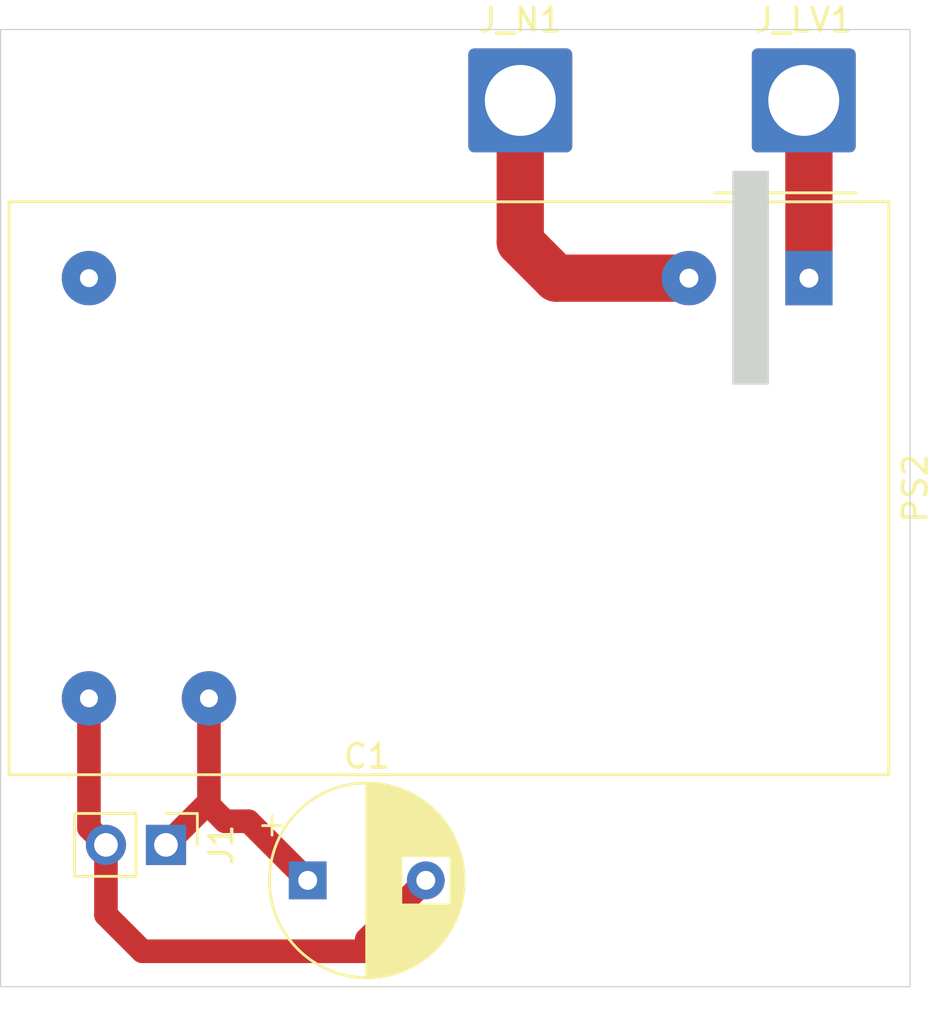
<source format=kicad_pcb>
(kicad_pcb (version 20240108) (generator "pcbnew") (generator_version "8.0")
  (layers (0 "F.Cu" signal) (31 "B.Cu" signal) (34 "B.Paste" user) (35 "F.Paste" user) (36 "B.SilkS" user "B.Silkscreen") (37 "F.SilkS" user "F.Silkscreen") (38 "B.Mask" user) (39 "F.Mask" user) (44 "Edge.Cuts" user))
  (net 0 "")
  (net 1 "Net-(J1-Pin_2)")
  (net 2 "Net-(J1-Pin_1)")
  (net 3 "Net-(J_LV1-Pin_1)")
  (net 4 "Net-(J_N1-Pin_1)")
  (footprint "Connector_Wire:SolderWire-2.5sqmm_1x01_D2.4mm_OD4.4mm" (layer "F.Cu") (at 22 3)
    (property "Reference" "J_N1" (at 0 -3.4 0) (layer "F.SilkS"))
    (property "Value" "Conn_01x01_Pin")
    (pad "1" thru_hole roundrect (at 0 0) (size 4.4 4.4) (drill 3) (layers "*.Cu" "*.Mask") (roundrect_rratio 0.056818) (net 4 "Net-(J_N1-Pin_1)"))
  )
  (footprint "Converter_ACDC:Converter_ACDC_MeanWell_IRM-03-xx_THT" (layer "F.Cu") (at 34.22 10.52 -90)
    (property "Reference" "PS2" (at 8.89 -4.5 90) (layer "F.SilkS"))
    (property "Value" "IRM-03-5")
    (fp_line (start -3.23 33.86) (end 21.01 33.86) (stroke (width 0.12)) (layer "F.SilkS"))
    (fp_line (start -3.61 -2) (end -3.61 4) (stroke (width 0.12)) (layer "F.SilkS"))
    (fp_line (start -3.23 -3.38) (end -3.23 33.86) (stroke (width 0.12)) (layer "F.SilkS"))
    (fp_line (start 21.01 -3.38) (end 21.01 33.86) (stroke (width 0.12)) (layer "F.SilkS"))
    (fp_line (start 21.01 -3.38) (end -3.23 -3.38) (stroke (width 0.12)) (layer "F.SilkS"))
    (pad "1" thru_hole rect (at 0 0 270) (size 2.3 2) (drill 0.8) (layers "*.Cu" "*.Mask") (net 3 "Net-(J_LV1-Pin_1)"))
    (pad "3" thru_hole circle (at 0 5.08 270) (size 2.3 2.3) (drill 0.8) (layers "*.Cu" "*.Mask") (net 4 "Net-(J_N1-Pin_1)"))
    (pad "5" thru_hole circle (at 0 30.48 270) (size 2.3 2.3) (drill 0.76) (layers "*.Cu" "*.Mask"))
    (pad "14" thru_hole circle (at 17.78 30.48 270) (size 2.3 2.3) (drill 0.76) (layers "*.Cu" "*.Mask") (net 1 "Net-(J1-Pin_2)"))
    (pad "16" thru_hole circle (at 17.78 25.4 270) (size 2.3 2.3) (drill 0.76) (layers "*.Cu" "*.Mask") (net 2 "Net-(J1-Pin_1)"))
  )
  (footprint "Connector_PinHeader_2.54mm:PinHeader_1x02_P2.54mm_Vertical" (layer "F.Cu") (at 7 34.5 -90)
    (property "Reference" "J1" (at 0 -2.33 90) (layer "F.SilkS"))
    (property "Value" "Conn_01x02_Socket")
    (fp_line (start -1.33 3.87) (end 1.33 3.87) (stroke (width 0.12)) (layer "F.SilkS"))
    (fp_line (start -1.33 1.27) (end -1.33 3.87) (stroke (width 0.12)) (layer "F.SilkS"))
    (fp_line (start -1.33 1.27) (end 1.33 1.27) (stroke (width 0.12)) (layer "F.SilkS"))
    (fp_line (start 1.33 1.27) (end 1.33 3.87) (stroke (width 0.12)) (layer "F.SilkS"))
    (fp_line (start -1.33 0) (end -1.33 -1.33) (stroke (width 0.12)) (layer "F.SilkS"))
    (fp_line (start -1.33 -1.33) (end 0 -1.33) (stroke (width 0.12)) (layer "F.SilkS"))
    (pad "1" thru_hole rect (at 0 0 270) (size 1.7 1.7) (drill 1) (layers "*.Cu" "*.Mask") (net 2 "Net-(J1-Pin_1)"))
    (pad "2" thru_hole oval (at 0 2.54 270) (size 1.7 1.7) (drill 1) (layers "*.Cu" "*.Mask") (net 1 "Net-(J1-Pin_2)"))
  )
  (footprint "Connector_Wire:SolderWire-2.5sqmm_1x01_D2.4mm_OD4.4mm" (layer "F.Cu") (at 34 3)
    (property "Reference" "J_LV1" (at 0 -3.4 0) (layer "F.SilkS"))
    (property "Value" "Conn_01x01_Pin")
    (pad "1" thru_hole roundrect (at 0 0) (size 4.4 4.4) (drill 3) (layers "*.Cu" "*.Mask") (roundrect_rratio 0.056818) (net 3 "Net-(J_LV1-Pin_1)"))
  )
  (footprint "Capacitor_THT:CP_Radial_D8.0mm_P5.00mm" (layer "F.Cu") (at 13 36)
    (property "Reference" "C1" (at 2.5 -5.25 0) (layer "F.SilkS"))
    (property "Value" "C_Polarized")
    (fp_line (start -1.909698 -2.315) (end -1.109698 -2.315) (stroke (width 0.12)) (layer "F.SilkS"))
    (fp_line (start -1.509698 -2.715) (end -1.509698 -1.915) (stroke (width 0.12)) (layer "F.SilkS"))
    (fp_line (start 2.5 -4.08) (end 2.5 4.08) (stroke (width 0.12)) (layer "F.SilkS"))
    (fp_line (start 2.54 -4.08) (end 2.54 4.08) (stroke (width 0.12)) (layer "F.SilkS"))
    (fp_line (start 2.58 -4.08) (end 2.58 4.08) (stroke (width 0.12)) (layer "F.SilkS"))
    (fp_line (start 2.62 -4.079) (end 2.62 4.079) (stroke (width 0.12)) (layer "F.SilkS"))
    (fp_line (start 2.66 -4.077) (end 2.66 4.077) (stroke (width 0.12)) (layer "F.SilkS"))
    (fp_line (start 2.7 -4.076) (end 2.7 4.076) (stroke (width 0.12)) (layer "F.SilkS"))
    (fp_line (start 2.74 -4.074) (end 2.74 4.074) (stroke (width 0.12)) (layer "F.SilkS"))
    (fp_line (start 2.78 -4.071) (end 2.78 4.071) (stroke (width 0.12)) (layer "F.SilkS"))
    (fp_line (start 2.82 -4.068) (end 2.82 4.068) (stroke (width 0.12)) (layer "F.SilkS"))
    (fp_line (start 2.86 -4.065) (end 2.86 4.065) (stroke (width 0.12)) (layer "F.SilkS"))
    (fp_line (start 2.9 -4.061) (end 2.9 4.061) (stroke (width 0.12)) (layer "F.SilkS"))
    (fp_line (start 2.94 -4.057) (end 2.94 4.057) (stroke (width 0.12)) (layer "F.SilkS"))
    (fp_line (start 2.98 -4.052) (end 2.98 4.052) (stroke (width 0.12)) (layer "F.SilkS"))
    (fp_line (start 3.02 -4.048) (end 3.02 4.048) (stroke (width 0.12)) (layer "F.SilkS"))
    (fp_line (start 3.06 -4.042) (end 3.06 4.042) (stroke (width 0.12)) (layer "F.SilkS"))
    (fp_line (start 3.1 -4.037) (end 3.1 4.037) (stroke (width 0.12)) (layer "F.SilkS"))
    (fp_line (start 3.14 -4.03) (end 3.14 4.03) (stroke (width 0.12)) (layer "F.SilkS"))
    (fp_line (start 3.18 -4.024) (end 3.18 4.024) (stroke (width 0.12)) (layer "F.SilkS"))
    (fp_line (start 3.221 -4.017) (end 3.221 4.017) (stroke (width 0.12)) (layer "F.SilkS"))
    (fp_line (start 3.261 -4.01) (end 3.261 4.01) (stroke (width 0.12)) (layer "F.SilkS"))
    (fp_line (start 3.301 -4.002) (end 3.301 4.002) (stroke (width 0.12)) (layer "F.SilkS"))
    (fp_line (start 3.341 -3.994) (end 3.341 3.994) (stroke (width 0.12)) (layer "F.SilkS"))
    (fp_line (start 3.381 -3.985) (end 3.381 3.985) (stroke (width 0.12)) (layer "F.SilkS"))
    (fp_line (start 3.421 -3.976) (end 3.421 3.976) (stroke (width 0.12)) (layer "F.SilkS"))
    (fp_line (start 3.461 -3.967) (end 3.461 3.967) (stroke (width 0.12)) (layer "F.SilkS"))
    (fp_line (start 3.501 -3.957) (end 3.501 3.957) (stroke (width 0.12)) (layer "F.SilkS"))
    (fp_line (start 3.541 -3.947) (end 3.541 3.947) (stroke (width 0.12)) (layer "F.SilkS"))
    (fp_line (start 3.581 -3.936) (end 3.581 3.936) (stroke (width 0.12)) (layer "F.SilkS"))
    (fp_line (start 3.621 -3.925) (end 3.621 3.925) (stroke (width 0.12)) (layer "F.SilkS"))
    (fp_line (start 3.661 -3.914) (end 3.661 3.914) (stroke (width 0.12)) (layer "F.SilkS"))
    (fp_line (start 3.701 -3.902) (end 3.701 3.902) (stroke (width 0.12)) (layer "F.SilkS"))
    (fp_line (start 3.741 -3.889) (end 3.741 3.889) (stroke (width 0.12)) (layer "F.SilkS"))
    (fp_line (start 3.781 -3.877) (end 3.781 3.877) (stroke (width 0.12)) (layer "F.SilkS"))
    (fp_line (start 3.821 -3.863) (end 3.821 3.863) (stroke (width 0.12)) (layer "F.SilkS"))
    (fp_line (start 3.861 -3.85) (end 3.861 3.85) (stroke (width 0.12)) (layer "F.SilkS"))
    (fp_line (start 3.901 -3.835) (end 3.901 3.835) (stroke (width 0.12)) (layer "F.SilkS"))
    (fp_line (start 3.941 -3.821) (end 3.941 3.821) (stroke (width 0.12)) (layer "F.SilkS"))
    (fp_line (start 3.981 -3.805) (end 3.981 -1.04) (stroke (width 0.12)) (layer "F.SilkS"))
    (fp_line (start 3.981 1.04) (end 3.981 3.805) (stroke (width 0.12)) (layer "F.SilkS"))
    (fp_line (start 4.021 -3.79) (end 4.021 -1.04) (stroke (width 0.12)) (layer "F.SilkS"))
    (fp_line (start 4.021 1.04) (end 4.021 3.79) (stroke (width 0.12)) (layer "F.SilkS"))
    (fp_line (start 4.061 -3.774) (end 4.061 -1.04) (stroke (width 0.12)) (layer "F.SilkS"))
    (fp_line (start 4.061 1.04) (end 4.061 3.774) (stroke (width 0.12)) (layer "F.SilkS"))
    (fp_line (start 4.101 -3.757) (end 4.101 -1.04) (stroke (width 0.12)) (layer "F.SilkS"))
    (fp_line (start 4.101 1.04) (end 4.101 3.757) (stroke (width 0.12)) (layer "F.SilkS"))
    (fp_line (start 4.141 -3.74) (end 4.141 -1.04) (stroke (width 0.12)) (layer "F.SilkS"))
    (fp_line (start 4.141 1.04) (end 4.141 3.74) (stroke (width 0.12)) (layer "F.SilkS"))
    (fp_line (start 4.181 -3.722) (end 4.181 -1.04) (stroke (width 0.12)) (layer "F.SilkS"))
    (fp_line (start 4.181 1.04) (end 4.181 3.722) (stroke (width 0.12)) (layer "F.SilkS"))
    (fp_line (start 4.221 -3.704) (end 4.221 -1.04) (stroke (width 0.12)) (layer "F.SilkS"))
    (fp_line (start 4.221 1.04) (end 4.221 3.704) (stroke (width 0.12)) (layer "F.SilkS"))
    (fp_line (start 4.261 -3.686) (end 4.261 -1.04) (stroke (width 0.12)) (layer "F.SilkS"))
    (fp_line (start 4.261 1.04) (end 4.261 3.686) (stroke (width 0.12)) (layer "F.SilkS"))
    (fp_line (start 4.301 -3.666) (end 4.301 -1.04) (stroke (width 0.12)) (layer "F.SilkS"))
    (fp_line (start 4.301 1.04) (end 4.301 3.666) (stroke (width 0.12)) (layer "F.SilkS"))
    (fp_line (start 4.341 -3.647) (end 4.341 -1.04) (stroke (width 0.12)) (layer "F.SilkS"))
    (fp_line (start 4.341 1.04) (end 4.341 3.647) (stroke (width 0.12)) (layer "F.SilkS"))
    (fp_line (start 4.381 -3.627) (end 4.381 -1.04) (stroke (width 0.12)) (layer "F.SilkS"))
    (fp_line (start 4.381 1.04) (end 4.381 3.627) (stroke (width 0.12)) (layer "F.SilkS"))
    (fp_line (start 4.421 -3.606) (end 4.421 -1.04) (stroke (width 0.12)) (layer "F.SilkS"))
    (fp_line (start 4.421 1.04) (end 4.421 3.606) (stroke (width 0.12)) (layer "F.SilkS"))
    (fp_line (start 4.461 -3.584) (end 4.461 -1.04) (stroke (width 0.12)) (layer "F.SilkS"))
    (fp_line (start 4.461 1.04) (end 4.461 3.584) (stroke (width 0.12)) (layer "F.SilkS"))
    (fp_line (start 4.501 -3.562) (end 4.501 -1.04) (stroke (width 0.12)) (layer "F.SilkS"))
    (fp_line (start 4.501 1.04) (end 4.501 3.562) (stroke (width 0.12)) (layer "F.SilkS"))
    (fp_line (start 4.541 -3.54) (end 4.541 -1.04) (stroke (width 0.12)) (layer "F.SilkS"))
    (fp_line (start 4.541 1.04) (end 4.541 3.54) (stroke (width 0.12)) (layer "F.SilkS"))
    (fp_line (start 4.581 -3.517) (end 4.581 -1.04) (stroke (width 0.12)) (layer "F.SilkS"))
    (fp_line (start 4.581 1.04) (end 4.581 3.517) (stroke (width 0.12)) (layer "F.SilkS"))
    (fp_line (start 4.621 -3.493) (end 4.621 -1.04) (stroke (width 0.12)) (layer "F.SilkS"))
    (fp_line (start 4.621 1.04) (end 4.621 3.493) (stroke (width 0.12)) (layer "F.SilkS"))
    (fp_line (start 4.661 -3.469) (end 4.661 -1.04) (stroke (width 0.12)) (layer "F.SilkS"))
    (fp_line (start 4.661 1.04) (end 4.661 3.469) (stroke (width 0.12)) (layer "F.SilkS"))
    (fp_line (start 4.701 -3.444) (end 4.701 -1.04) (stroke (width 0.12)) (layer "F.SilkS"))
    (fp_line (start 4.701 1.04) (end 4.701 3.444) (stroke (width 0.12)) (layer "F.SilkS"))
    (fp_line (start 4.741 -3.418) (end 4.741 -1.04) (stroke (width 0.12)) (layer "F.SilkS"))
    (fp_line (start 4.741 1.04) (end 4.741 3.418) (stroke (width 0.12)) (layer "F.SilkS"))
    (fp_line (start 4.781 -3.392) (end 4.781 -1.04) (stroke (width 0.12)) (layer "F.SilkS"))
    (fp_line (start 4.781 1.04) (end 4.781 3.392) (stroke (width 0.12)) (layer "F.SilkS"))
    (fp_line (start 4.821 -3.365) (end 4.821 -1.04) (stroke (width 0.12)) (layer "F.SilkS"))
    (fp_line (start 4.821 1.04) (end 4.821 3.365) (stroke (width 0.12)) (layer "F.SilkS"))
    (fp_line (start 4.861 -3.338) (end 4.861 -1.04) (stroke (width 0.12)) (layer "F.SilkS"))
    (fp_line (start 4.861 1.04) (end 4.861 3.338) (stroke (width 0.12)) (layer "F.SilkS"))
    (fp_line (start 4.901 -3.309) (end 4.901 -1.04) (stroke (width 0.12)) (layer "F.SilkS"))
    (fp_line (start 4.901 1.04) (end 4.901 3.309) (stroke (width 0.12)) (layer "F.SilkS"))
    (fp_line (start 4.941 -3.28) (end 4.941 -1.04) (stroke (width 0.12)) (layer "F.SilkS"))
    (fp_line (start 4.941 1.04) (end 4.941 3.28) (stroke (width 0.12)) (layer "F.SilkS"))
    (fp_line (start 4.981 -3.25) (end 4.981 -1.04) (stroke (width 0.12)) (layer "F.SilkS"))
    (fp_line (start 4.981 1.04) (end 4.981 3.25) (stroke (width 0.12)) (layer "F.SilkS"))
    (fp_line (start 5.021 -3.22) (end 5.021 -1.04) (stroke (width 0.12)) (layer "F.SilkS"))
    (fp_line (start 5.021 1.04) (end 5.021 3.22) (stroke (width 0.12)) (layer "F.SilkS"))
    (fp_line (start 5.061 -3.189) (end 5.061 -1.04) (stroke (width 0.12)) (layer "F.SilkS"))
    (fp_line (start 5.061 1.04) (end 5.061 3.189) (stroke (width 0.12)) (layer "F.SilkS"))
    (fp_line (start 5.101 -3.156) (end 5.101 -1.04) (stroke (width 0.12)) (layer "F.SilkS"))
    (fp_line (start 5.101 1.04) (end 5.101 3.156) (stroke (width 0.12)) (layer "F.SilkS"))
    (fp_line (start 5.141 -3.124) (end 5.141 -1.04) (stroke (width 0.12)) (layer "F.SilkS"))
    (fp_line (start 5.141 1.04) (end 5.141 3.124) (stroke (width 0.12)) (layer "F.SilkS"))
    (fp_line (start 5.181 -3.09) (end 5.181 -1.04) (stroke (width 0.12)) (layer "F.SilkS"))
    (fp_line (start 5.181 1.04) (end 5.181 3.09) (stroke (width 0.12)) (layer "F.SilkS"))
    (fp_line (start 5.221 -3.055) (end 5.221 -1.04) (stroke (width 0.12)) (layer "F.SilkS"))
    (fp_line (start 5.221 1.04) (end 5.221 3.055) (stroke (width 0.12)) (layer "F.SilkS"))
    (fp_line (start 5.261 -3.019) (end 5.261 -1.04) (stroke (width 0.12)) (layer "F.SilkS"))
    (fp_line (start 5.261 1.04) (end 5.261 3.019) (stroke (width 0.12)) (layer "F.SilkS"))
    (fp_line (start 5.301 -2.983) (end 5.301 -1.04) (stroke (width 0.12)) (layer "F.SilkS"))
    (fp_line (start 5.301 1.04) (end 5.301 2.983) (stroke (width 0.12)) (layer "F.SilkS"))
    (fp_line (start 5.341 -2.945) (end 5.341 -1.04) (stroke (width 0.12)) (layer "F.SilkS"))
    (fp_line (start 5.341 1.04) (end 5.341 2.945) (stroke (width 0.12)) (layer "F.SilkS"))
    (fp_line (start 5.381 -2.907) (end 5.381 -1.04) (stroke (width 0.12)) (layer "F.SilkS"))
    (fp_line (start 5.381 1.04) (end 5.381 2.907) (stroke (width 0.12)) (layer "F.SilkS"))
    (fp_line (start 5.421 -2.867) (end 5.421 -1.04) (stroke (width 0.12)) (layer "F.SilkS"))
    (fp_line (start 5.421 1.04) (end 5.421 2.867) (stroke (width 0.12)) (layer "F.SilkS"))
    (fp_line (start 5.461 -2.826) (end 5.461 -1.04) (stroke (width 0.12)) (layer "F.SilkS"))
    (fp_line (start 5.461 1.04) (end 5.461 2.826) (stroke (width 0.12)) (layer "F.SilkS"))
    (fp_line (start 5.501 -2.784) (end 5.501 -1.04) (stroke (width 0.12)) (layer "F.SilkS"))
    (fp_line (start 5.501 1.04) (end 5.501 2.784) (stroke (width 0.12)) (layer "F.SilkS"))
    (fp_line (start 5.541 -2.741) (end 5.541 -1.04) (stroke (width 0.12)) (layer "F.SilkS"))
    (fp_line (start 5.541 1.04) (end 5.541 2.741) (stroke (width 0.12)) (layer "F.SilkS"))
    (fp_line (start 5.581 -2.697) (end 5.581 -1.04) (stroke (width 0.12)) (layer "F.SilkS"))
    (fp_line (start 5.581 1.04) (end 5.581 2.697) (stroke (width 0.12)) (layer "F.SilkS"))
    (fp_line (start 5.621 -2.651) (end 5.621 -1.04) (stroke (width 0.12)) (layer "F.SilkS"))
    (fp_line (start 5.621 1.04) (end 5.621 2.651) (stroke (width 0.12)) (layer "F.SilkS"))
    (fp_line (start 5.661 -2.604) (end 5.661 -1.04) (stroke (width 0.12)) (layer "F.SilkS"))
    (fp_line (start 5.661 1.04) (end 5.661 2.604) (stroke (width 0.12)) (layer "F.SilkS"))
    (fp_line (start 5.701 -2.556) (end 5.701 -1.04) (stroke (width 0.12)) (layer "F.SilkS"))
    (fp_line (start 5.701 1.04) (end 5.701 2.556) (stroke (width 0.12)) (layer "F.SilkS"))
    (fp_line (start 5.741 -2.505) (end 5.741 -1.04) (stroke (width 0.12)) (layer "F.SilkS"))
    (fp_line (start 5.741 1.04) (end 5.741 2.505) (stroke (width 0.12)) (layer "F.SilkS"))
    (fp_line (start 5.781 -2.454) (end 5.781 -1.04) (stroke (width 0.12)) (layer "F.SilkS"))
    (fp_line (start 5.781 1.04) (end 5.781 2.454) (stroke (width 0.12)) (layer "F.SilkS"))
    (fp_line (start 5.821 -2.4) (end 5.821 -1.04) (stroke (width 0.12)) (layer "F.SilkS"))
    (fp_line (start 5.821 1.04) (end 5.821 2.4) (stroke (width 0.12)) (layer "F.SilkS"))
    (fp_line (start 5.861 -2.345) (end 5.861 -1.04) (stroke (width 0.12)) (layer "F.SilkS"))
    (fp_line (start 5.861 1.04) (end 5.861 2.345) (stroke (width 0.12)) (layer "F.SilkS"))
    (fp_line (start 5.901 -2.287) (end 5.901 -1.04) (stroke (width 0.12)) (layer "F.SilkS"))
    (fp_line (start 5.901 1.04) (end 5.901 2.287) (stroke (width 0.12)) (layer "F.SilkS"))
    (fp_line (start 5.941 -2.228) (end 5.941 -1.04) (stroke (width 0.12)) (layer "F.SilkS"))
    (fp_line (start 5.941 1.04) (end 5.941 2.228) (stroke (width 0.12)) (layer "F.SilkS"))
    (fp_line (start 5.981 -2.166) (end 5.981 -1.04) (stroke (width 0.12)) (layer "F.SilkS"))
    (fp_line (start 5.981 1.04) (end 5.981 2.166) (stroke (width 0.12)) (layer "F.SilkS"))
    (fp_line (start 6.021 -2.102) (end 6.021 -1.04) (stroke (width 0.12)) (layer "F.SilkS"))
    (fp_line (start 6.021 1.04) (end 6.021 2.102) (stroke (width 0.12)) (layer "F.SilkS"))
    (fp_line (start 6.061 -2.034) (end 6.061 2.034) (stroke (width 0.12)) (layer "F.SilkS"))
    (fp_line (start 6.101 -1.964) (end 6.101 1.964) (stroke (width 0.12)) (layer "F.SilkS"))
    (fp_line (start 6.141 -1.89) (end 6.141 1.89) (stroke (width 0.12)) (layer "F.SilkS"))
    (fp_line (start 6.181 -1.813) (end 6.181 1.813) (stroke (width 0.12)) (layer "F.SilkS"))
    (fp_line (start 6.221 -1.731) (end 6.221 1.731) (stroke (width 0.12)) (layer "F.SilkS"))
    (fp_line (start 6.261 -1.645) (end 6.261 1.645) (stroke (width 0.12)) (layer "F.SilkS"))
    (fp_line (start 6.301 -1.552) (end 6.301 1.552) (stroke (width 0.12)) (layer "F.SilkS"))
    (fp_line (start 6.341 -1.453) (end 6.341 1.453) (stroke (width 0.12)) (layer "F.SilkS"))
    (fp_line (start 6.381 -1.346) (end 6.381 1.346) (stroke (width 0.12)) (layer "F.SilkS"))
    (fp_line (start 6.421 -1.229) (end 6.421 1.229) (stroke (width 0.12)) (layer "F.SilkS"))
    (fp_line (start 6.461 -1.098) (end 6.461 1.098) (stroke (width 0.12)) (layer "F.SilkS"))
    (fp_line (start 6.501 -0.948) (end 6.501 0.948) (stroke (width 0.12)) (layer "F.SilkS"))
    (fp_line (start 6.541 -0.768) (end 6.541 0.768) (stroke (width 0.12)) (layer "F.SilkS"))
    (fp_line (start 6.581 -0.533) (end 6.581 0.533) (stroke (width 0.12)) (layer "F.SilkS"))
    (fp_circle (center 2.5 0) (end 6.62 0) (stroke (width 0.12)) (fill none) (layer "F.SilkS"))
    (pad "1" thru_hole rect (at 0 0) (size 1.6 1.6) (drill 0.8) (layers "*.Cu" "*.Mask") (net 2 "Net-(J1-Pin_1)"))
    (pad "2" thru_hole circle (at 5 0) (size 1.6 1.6) (drill 0.8) (layers "*.Cu" "*.Mask") (net 1 "Net-(J1-Pin_2)"))
  )
  (gr_rect (start 31 6) (end 32.5 15) (stroke (width 0.05)) (fill solid) (layer "Edge.Cuts"))
  (gr_rect (start 0 0) (end 38.5 40.5) (stroke (width 0.05)) (fill none) (layer "Edge.Cuts"))
  (segment (start 3.74 33.78) (end 4.46 34.5) (width 1) (layer "F.Cu") (net 1))
  (segment (start 15.5 38.5) (end 18 36) (width 1) (layer "F.Cu") (net 1))
  (segment (start 4.46 34.5) (end 4.46 37.46) (width 1) (layer "F.Cu") (net 1))
  (segment (start 4.46 37.46) (end 6 39) (width 1) (layer "F.Cu") (net 1))
  (segment (start 15.5 39) (end 15.5 38.5) (width 1) (layer "F.Cu") (net 1))
  (segment (start 6 39) (end 15.5 39) (width 1) (layer "F.Cu") (net 1))
  (segment (start 3.74 28.3) (end 3.74 33.78) (width 1) (layer "F.Cu") (net 1))
  (segment (start 8.75 32.75) (end 9.5 33.5) (width 1) (layer "F.Cu") (net 2))
  (segment (start 9.5 33.5) (end 10.5 33.5) (width 1) (layer "F.Cu") (net 2))
  (segment (start 8.75 32.75) (end 7 34.5) (width 1) (layer "F.Cu") (net 2))
  (segment (start 10.5 33.5) (end 13 36) (width 1) (layer "F.Cu") (net 2))
  (segment (start 8.82 28.3) (end 8.82 32.68) (width 1) (layer "F.Cu") (net 2))
  (segment (start 8.82 32.68) (end 8.75 32.75) (width 1) (layer "F.Cu") (net 2))
  (segment (start 34.22 3.28) (end 34.5 3) (width 2) (layer "F.Cu") (net 3))
  (segment (start 34.22 10.52) (end 34.22 3.28) (width 2) (layer "F.Cu") (net 3))
  (segment (start 23.52 10.52) (end 29.14 10.52) (width 2) (layer "F.Cu") (net 4))
  (segment (start 22 3) (end 22 9) (width 2) (layer "F.Cu") (net 4))
  (segment (start 22 9) (end 23.52 10.52) (width 2) (layer "F.Cu") (net 4))
)
</source>
